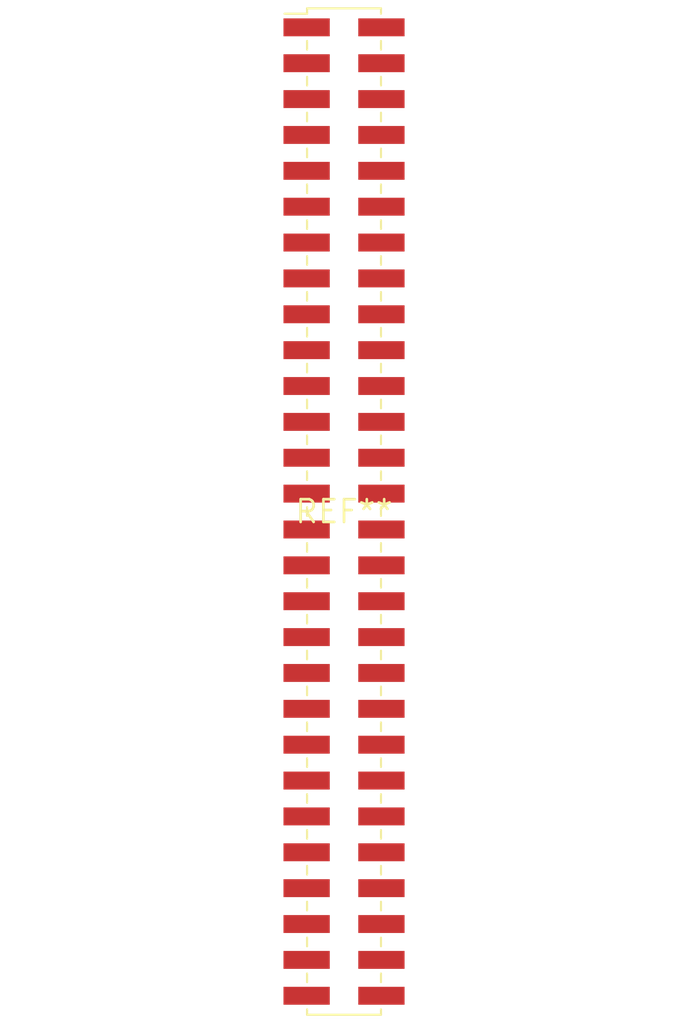
<source format=kicad_pcb>
(kicad_pcb (version 20240108) (generator pcbnew)
  (layers (0 "F.Cu" signal) (31 "B.Cu" signal) (34 "B.Paste" user) (35 "F.Paste" user) (36 "B.SilkS" user "B.Silkscreen") (37 "F.SilkS" user "F.Silkscreen") (38 "B.Mask" user) (39 "F.Mask" user) (44 "Edge.Cuts" user))
  (net 0 "")
  (footprint "PinHeader_2x28_P2.00mm_Vertical_SMD" (layer "F.Cu") (at 0 0)
    (property "Reference" "REF**")
    (property "Value" "PinHeader_2x28_P2.00mm_Vertical_SMD")
    (fp_line (start -3.315 -27.76) (end -2.06 -27.76) (layer "F.SilkS") (stroke (width 0.12)))
    (fp_line (start -2.06 -28.06) (end -2.06 -27.76) (layer "F.SilkS") (stroke (width 0.12)))
    (fp_line (start -2.06 -28.06) (end 2.06 -28.06) (layer "F.SilkS") (stroke (width 0.12)))
    (fp_line (start -2.06 -26.24) (end -2.06 -25.76) (layer "F.SilkS") (stroke (width 0.12)))
    (fp_line (start -2.06 -24.24) (end -2.06 -23.76) (layer "F.SilkS") (stroke (width 0.12)))
    (fp_line (start -2.06 -22.24) (end -2.06 -21.76) (layer "F.SilkS") (stroke (width 0.12)))
    (fp_line (start -2.06 -20.24) (end -2.06 -19.76) (layer "F.SilkS") (stroke (width 0.12)))
    (fp_line (start -2.06 -18.24) (end -2.06 -17.76) (layer "F.SilkS") (stroke (width 0.12)))
    (fp_line (start -2.06 -16.24) (end -2.06 -15.76) (layer "F.SilkS") (stroke (width 0.12)))
    (fp_line (start -2.06 -14.24) (end -2.06 -13.76) (layer "F.SilkS") (stroke (width 0.12)))
    (fp_line (start -2.06 -12.24) (end -2.06 -11.76) (layer "F.SilkS") (stroke (width 0.12)))
    (fp_line (start -2.06 -10.24) (end -2.06 -9.76) (layer "F.SilkS") (stroke (width 0.12)))
    (fp_line (start -2.06 -8.24) (end -2.06 -7.76) (layer "F.SilkS") (stroke (width 0.12)))
    (fp_line (start -2.06 -6.24) (end -2.06 -5.76) (layer "F.SilkS") (stroke (width 0.12)))
    (fp_line (start -2.06 -4.24) (end -2.06 -3.76) (layer "F.SilkS") (stroke (width 0.12)))
    (fp_line (start -2.06 -2.24) (end -2.06 -1.76) (layer "F.SilkS") (stroke (width 0.12)))
    (fp_line (start -2.06 -0.24) (end -2.06 0.24) (layer "F.SilkS") (stroke (width 0.12)))
    (fp_line (start -2.06 1.76) (end -2.06 2.24) (layer "F.SilkS") (stroke (width 0.12)))
    (fp_line (start -2.06 3.76) (end -2.06 4.24) (layer "F.SilkS") (stroke (width 0.12)))
    (fp_line (start -2.06 5.76) (end -2.06 6.24) (layer "F.SilkS") (stroke (width 0.12)))
    (fp_line (start -2.06 7.76) (end -2.06 8.24) (layer "F.SilkS") (stroke (width 0.12)))
    (fp_line (start -2.06 9.76) (end -2.06 10.24) (layer "F.SilkS") (stroke (width 0.12)))
    (fp_line (start -2.06 11.76) (end -2.06 12.24) (layer "F.SilkS") (stroke (width 0.12)))
    (fp_line (start -2.06 13.76) (end -2.06 14.24) (layer "F.SilkS") (stroke (width 0.12)))
    (fp_line (start -2.06 15.76) (end -2.06 16.24) (layer "F.SilkS") (stroke (width 0.12)))
    (fp_line (start -2.06 17.76) (end -2.06 18.24) (layer "F.SilkS") (stroke (width 0.12)))
    (fp_line (start -2.06 19.76) (end -2.06 20.24) (layer "F.SilkS") (stroke (width 0.12)))
    (fp_line (start -2.06 21.76) (end -2.06 22.24) (layer "F.SilkS") (stroke (width 0.12)))
    (fp_line (start -2.06 23.76) (end -2.06 24.24) (layer "F.SilkS") (stroke (width 0.12)))
    (fp_line (start -2.06 25.76) (end -2.06 26.24) (layer "F.SilkS") (stroke (width 0.12)))
    (fp_line (start -2.06 27.76) (end -2.06 28.06) (layer "F.SilkS") (stroke (width 0.12)))
    (fp_line (start -2.06 28.06) (end 2.06 28.06) (layer "F.SilkS") (stroke (width 0.12)))
    (fp_line (start 2.06 -28.06) (end 2.06 -27.76) (layer "F.SilkS") (stroke (width 0.12)))
    (fp_line (start 2.06 -26.24) (end 2.06 -25.76) (layer "F.SilkS") (stroke (width 0.12)))
    (fp_line (start 2.06 -24.24) (end 2.06 -23.76) (layer "F.SilkS") (stroke (width 0.12)))
    (fp_line (start 2.06 -22.24) (end 2.06 -21.76) (layer "F.SilkS") (stroke (width 0.12)))
    (fp_line (start 2.06 -20.24) (end 2.06 -19.76) (layer "F.SilkS") (stroke (width 0.12)))
    (fp_line (start 2.06 -18.24) (end 2.06 -17.76) (layer "F.SilkS") (stroke (width 0.12)))
    (fp_line (start 2.06 -16.24) (end 2.06 -15.76) (layer "F.SilkS") (stroke (width 0.12)))
    (fp_line (start 2.06 -14.24) (end 2.06 -13.76) (layer "F.SilkS") (stroke (width 0.12)))
    (fp_line (start 2.06 -12.24) (end 2.06 -11.76) (layer "F.SilkS") (stroke (width 0.12)))
    (fp_line (start 2.06 -10.24) (end 2.06 -9.76) (layer "F.SilkS") (stroke (width 0.12)))
    (fp_line (start 2.06 -8.24) (end 2.06 -7.76) (layer "F.SilkS") (stroke (width 0.12)))
    (fp_line (start 2.06 -6.24) (end 2.06 -5.76) (layer "F.SilkS") (stroke (width 0.12)))
    (fp_line (start 2.06 -4.24) (end 2.06 -3.76) (layer "F.SilkS") (stroke (width 0.12)))
    (fp_line (start 2.06 -2.24) (end 2.06 -1.76) (layer "F.SilkS") (stroke (width 0.12)))
    (fp_line (start 2.06 -0.24) (end 2.06 0.24) (layer "F.SilkS") (stroke (width 0.12)))
    (fp_line (start 2.06 1.76) (end 2.06 2.24) (layer "F.SilkS") (stroke (width 0.12)))
    (fp_line (start 2.06 3.76) (end 2.06 4.24) (layer "F.SilkS") (stroke (width 0.12)))
    (fp_line (start 2.06 5.76) (end 2.06 6.24) (layer "F.SilkS") (stroke (width 0.12)))
    (fp_line (start 2.06 7.76) (end 2.06 8.24) (layer "F.SilkS") (stroke (width 0.12)))
    (fp_line (start 2.06 9.76) (end 2.06 10.24) (layer "F.SilkS") (stroke (width 0.12)))
    (fp_line (start 2.06 11.76) (end 2.06 12.24) (layer "F.SilkS") (stroke (width 0.12)))
    (fp_line (start 2.06 13.76) (end 2.06 14.24) (layer "F.SilkS") (stroke (width 0.12)))
    (fp_line (start 2.06 15.76) (end 2.06 16.24) (layer "F.SilkS") (stroke (width 0.12)))
    (fp_line (start 2.06 17.76) (end 2.06 18.24) (layer "F.SilkS") (stroke (width 0.12)))
    (fp_line (start 2.06 19.76) (end 2.06 20.24) (layer "F.SilkS") (stroke (width 0.12)))
    (fp_line (start 2.06 21.76) (end 2.06 22.24) (layer "F.SilkS") (stroke (width 0.12)))
    (fp_line (start 2.06 23.76) (end 2.06 24.24) (layer "F.SilkS") (stroke (width 0.12)))
    (fp_line (start 2.06 25.76) (end 2.06 26.24) (layer "F.SilkS") (stroke (width 0.12)))
    (fp_line (start 2.06 27.76) (end 2.06 28.06) (layer "F.SilkS") (stroke (width 0.12)))
    (pad "1" smd rect (at -2.085 -27) (size 2.58 1) (layers "F.Cu" "F.Paste" "F.Mask"))
    (pad "2" smd rect (at 2.085 -27) (size 2.58 1) (layers "F.Cu" "F.Paste" "F.Mask"))
    (pad "3" smd rect (at -2.085 -25) (size 2.58 1) (layers "F.Cu" "F.Paste" "F.Mask"))
    (pad "4" smd rect (at 2.085 -25) (size 2.58 1) (layers "F.Cu" "F.Paste" "F.Mask"))
    (pad "5" smd rect (at -2.085 -23) (size 2.58 1) (layers "F.Cu" "F.Paste" "F.Mask"))
    (pad "6" smd rect (at 2.085 -23) (size 2.58 1) (layers "F.Cu" "F.Paste" "F.Mask"))
    (pad "7" smd rect (at -2.085 -21) (size 2.58 1) (layers "F.Cu" "F.Paste" "F.Mask"))
    (pad "8" smd rect (at 2.085 -21) (size 2.58 1) (layers "F.Cu" "F.Paste" "F.Mask"))
    (pad "9" smd rect (at -2.085 -19) (size 2.58 1) (layers "F.Cu" "F.Paste" "F.Mask"))
    (pad "10" smd rect (at 2.085 -19) (size 2.58 1) (layers "F.Cu" "F.Paste" "F.Mask"))
    (pad "11" smd rect (at -2.085 -17) (size 2.58 1) (layers "F.Cu" "F.Paste" "F.Mask"))
    (pad "12" smd rect (at 2.085 -17) (size 2.58 1) (layers "F.Cu" "F.Paste" "F.Mask"))
    (pad "13" smd rect (at -2.085 -15) (size 2.58 1) (layers "F.Cu" "F.Paste" "F.Mask"))
    (pad "14" smd rect (at 2.085 -15) (size 2.58 1) (layers "F.Cu" "F.Paste" "F.Mask"))
    (pad "15" smd rect (at -2.085 -13) (size 2.58 1) (layers "F.Cu" "F.Paste" "F.Mask"))
    (pad "16" smd rect (at 2.085 -13) (size 2.58 1) (layers "F.Cu" "F.Paste" "F.Mask"))
    (pad "17" smd rect (at -2.085 -11) (size 2.58 1) (layers "F.Cu" "F.Paste" "F.Mask"))
    (pad "18" smd rect (at 2.085 -11) (size 2.58 1) (layers "F.Cu" "F.Paste" "F.Mask"))
    (pad "19" smd rect (at -2.085 -9) (size 2.58 1) (layers "F.Cu" "F.Paste" "F.Mask"))
    (pad "20" smd rect (at 2.085 -9) (size 2.58 1) (layers "F.Cu" "F.Paste" "F.Mask"))
    (pad "21" smd rect (at -2.085 -7) (size 2.58 1) (layers "F.Cu" "F.Paste" "F.Mask"))
    (pad "22" smd rect (at 2.085 -7) (size 2.58 1) (layers "F.Cu" "F.Paste" "F.Mask"))
    (pad "23" smd rect (at -2.085 -5) (size 2.58 1) (layers "F.Cu" "F.Paste" "F.Mask"))
    (pad "24" smd rect (at 2.085 -5) (size 2.58 1) (layers "F.Cu" "F.Paste" "F.Mask"))
    (pad "25" smd rect (at -2.085 -3) (size 2.58 1) (layers "F.Cu" "F.Paste" "F.Mask"))
    (pad "26" smd rect (at 2.085 -3) (size 2.58 1) (layers "F.Cu" "F.Paste" "F.Mask"))
    (pad "27" smd rect (at -2.085 -1) (size 2.58 1) (layers "F.Cu" "F.Paste" "F.Mask"))
    (pad "28" smd rect (at 2.085 -1) (size 2.58 1) (layers "F.Cu" "F.Paste" "F.Mask"))
    (pad "29" smd rect (at -2.085 1) (size 2.58 1) (layers "F.Cu" "F.Paste" "F.Mask"))
    (pad "30" smd rect (at 2.085 1) (size 2.58 1) (layers "F.Cu" "F.Paste" "F.Mask"))
    (pad "31" smd rect (at -2.085 3) (size 2.58 1) (layers "F.Cu" "F.Paste" "F.Mask"))
    (pad "32" smd rect (at 2.085 3) (size 2.58 1) (layers "F.Cu" "F.Paste" "F.Mask"))
    (pad "33" smd rect (at -2.085 5) (size 2.58 1) (layers "F.Cu" "F.Paste" "F.Mask"))
    (pad "34" smd rect (at 2.085 5) (size 2.58 1) (layers "F.Cu" "F.Paste" "F.Mask"))
    (pad "35" smd rect (at -2.085 7) (size 2.58 1) (layers "F.Cu" "F.Paste" "F.Mask"))
    (pad "36" smd rect (at 2.085 7) (size 2.58 1) (layers "F.Cu" "F.Paste" "F.Mask"))
    (pad "37" smd rect (at -2.085 9) (size 2.58 1) (layers "F.Cu" "F.Paste" "F.Mask"))
    (pad "38" smd rect (at 2.085 9) (size 2.58 1) (layers "F.Cu" "F.Paste" "F.Mask"))
    (pad "39" smd rect (at -2.085 11) (size 2.58 1) (layers "F.Cu" "F.Paste" "F.Mask"))
    (pad "40" smd rect (at 2.085 11) (size 2.58 1) (layers "F.Cu" "F.Paste" "F.Mask"))
    (pad "41" smd rect (at -2.085 13) (size 2.58 1) (layers "F.Cu" "F.Paste" "F.Mask"))
    (pad "42" smd rect (at 2.085 13) (size 2.58 1) (layers "F.Cu" "F.Paste" "F.Mask"))
    (pad "43" smd rect (at -2.085 15) (size 2.58 1) (layers "F.Cu" "F.Paste" "F.Mask"))
    (pad "44" smd rect (at 2.085 15) (size 2.58 1) (layers "F.Cu" "F.Paste" "F.Mask"))
    (pad "45" smd rect (at -2.085 17) (size 2.58 1) (layers "F.Cu" "F.Paste" "F.Mask"))
    (pad "46" smd rect (at 2.085 17) (size 2.58 1) (layers "F.Cu" "F.Paste" "F.Mask"))
    (pad "47" smd rect (at -2.085 19) (size 2.58 1) (layers "F.Cu" "F.Paste" "F.Mask"))
    (pad "48" smd rect (at 2.085 19) (size 2.58 1) (layers "F.Cu" "F.Paste" "F.Mask"))
    (pad "49" smd rect (at -2.085 21) (size 2.58 1) (layers "F.Cu" "F.Paste" "F.Mask"))
    (pad "50" smd rect (at 2.085 21) (size 2.58 1) (layers "F.Cu" "F.Paste" "F.Mask"))
    (pad "51" smd rect (at -2.085 23) (size 2.58 1) (layers "F.Cu" "F.Paste" "F.Mask"))
    (pad "52" smd rect (at 2.085 23) (size 2.58 1) (layers "F.Cu" "F.Paste" "F.Mask"))
    (pad "53" smd rect (at -2.085 25) (size 2.58 1) (layers "F.Cu" "F.Paste" "F.Mask"))
    (pad "54" smd rect (at 2.085 25) (size 2.58 1) (layers "F.Cu" "F.Paste" "F.Mask"))
    (pad "55" smd rect (at -2.085 27) (size 2.58 1) (layers "F.Cu" "F.Paste" "F.Mask"))
    (pad "56" smd rect (at 2.085 27) (size 2.58 1) (layers "F.Cu" "F.Paste" "F.Mask"))
  )
)
</source>
